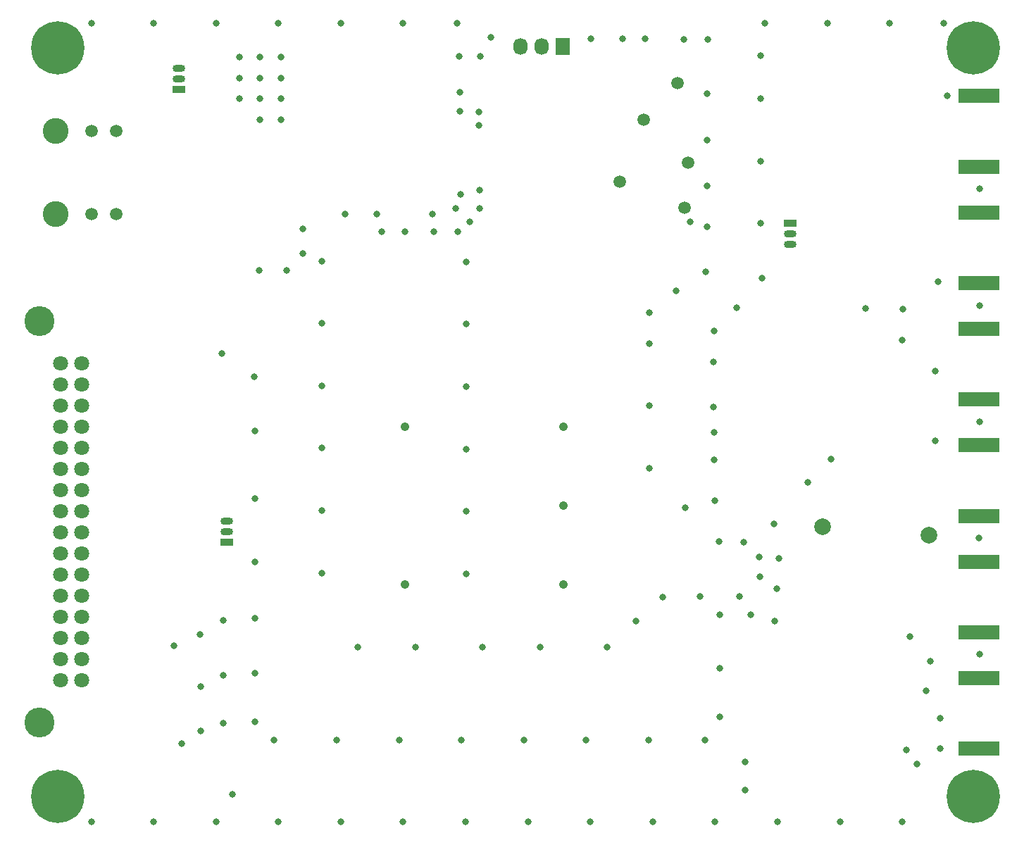
<source format=gbr>
G04 #@! TF.FileFunction,Soldermask,Bot*
%FSLAX46Y46*%
G04 Gerber Fmt 4.6, Leading zero omitted, Abs format (unit mm)*
G04 Created by KiCad (PCBNEW 4.0.7) date Sun Sep 24 15:37:13 2017*
%MOMM*%
%LPD*%
G01*
G04 APERTURE LIST*
%ADD10C,0.100000*%
%ADD11C,0.800000*%
%ADD12R,1.727200X2.032000*%
%ADD13O,1.727200X2.032000*%
%ADD14C,1.500000*%
%ADD15C,2.000000*%
%ADD16C,1.800000*%
%ADD17C,3.600000*%
%ADD18C,3.100000*%
%ADD19O,1.500000X0.900000*%
%ADD20R,1.500000X0.900000*%
%ADD21C,6.400000*%
%ADD22C,0.600000*%
%ADD23C,1.050000*%
%ADD24R,4.900000X1.800000*%
G04 APERTURE END LIST*
D10*
D11*
X161100000Y-119200000D03*
X161100000Y-115600000D03*
X158300000Y-121100000D03*
X157000000Y-119400000D03*
X159400000Y-112300000D03*
X157400000Y-105800000D03*
X159900000Y-108700000D03*
X165800000Y-107900000D03*
X165700000Y-93900000D03*
X141200000Y-103900000D03*
X145100000Y-87200000D03*
X147900000Y-84400000D03*
X160500000Y-82200000D03*
X165800000Y-79900000D03*
X160500000Y-73800000D03*
X156500000Y-70100000D03*
X156600000Y-66400000D03*
X152100000Y-66300000D03*
X160800000Y-63100000D03*
X165800000Y-66000000D03*
X165800000Y-51900000D03*
X161900000Y-40700000D03*
X139500000Y-35900000D03*
X139500000Y-41100000D03*
X139500000Y-48600000D03*
X139500000Y-56100000D03*
X139600000Y-62700000D03*
X136600000Y-66200000D03*
X133900000Y-69000000D03*
X133800000Y-72700000D03*
X133800000Y-78200000D03*
X133900000Y-81200000D03*
X133900000Y-84500000D03*
X134000000Y-89400000D03*
X141100000Y-92200000D03*
X141700000Y-96400000D03*
X141400000Y-100000000D03*
X138300000Y-103100000D03*
X134600000Y-103100000D03*
X134600000Y-109600000D03*
X137600000Y-124200000D03*
X137600000Y-120800000D03*
X134600000Y-115400000D03*
X132800000Y-118200000D03*
X76000000Y-124700000D03*
X68900000Y-106900000D03*
X69900000Y-118600000D03*
X72200000Y-117100000D03*
X72200000Y-111800000D03*
X72100000Y-105500000D03*
X74900000Y-103800000D03*
X74900000Y-110400000D03*
X74900000Y-116200000D03*
X126000000Y-118200000D03*
X118500000Y-118200000D03*
X111000000Y-118200000D03*
X103500000Y-118200000D03*
X96000000Y-118200000D03*
X88500000Y-118200000D03*
X81000000Y-118200000D03*
X78700000Y-116000000D03*
X78700000Y-110200000D03*
X78700000Y-103600000D03*
X78700000Y-96800000D03*
X78700000Y-89200000D03*
X78700000Y-81000000D03*
X74700000Y-71700000D03*
X78600000Y-74500000D03*
X84400000Y-56700000D03*
X79200000Y-61700000D03*
X82500000Y-61700000D03*
X84400000Y-59700000D03*
X89500000Y-55000000D03*
X93300000Y-55000000D03*
X102800000Y-54300000D03*
X100000000Y-55000000D03*
X103400000Y-52600000D03*
X103300000Y-42600000D03*
X103300000Y-40300000D03*
X103200000Y-36000000D03*
X119100000Y-33900000D03*
X122900000Y-33900000D03*
X125600000Y-33900000D03*
D12*
X115640000Y-34820000D03*
D13*
X113100000Y-34820000D03*
X110560000Y-34820000D03*
D11*
X130200000Y-34000000D03*
X133100000Y-34000000D03*
X133000000Y-40500000D03*
X133000000Y-46100000D03*
X133000000Y-51600000D03*
X131000000Y-55900000D03*
X133000000Y-56500000D03*
X126100000Y-66800000D03*
X132900000Y-61900000D03*
X129300000Y-64200000D03*
X126100000Y-70500000D03*
X126100000Y-78000000D03*
X126100000Y-85500000D03*
X130400000Y-90300000D03*
X134500000Y-94300000D03*
X137400000Y-94400000D03*
X139300000Y-96200000D03*
X139400000Y-98600000D03*
X136900000Y-100900000D03*
X132200000Y-100900000D03*
X127700000Y-101000000D03*
X124500000Y-103900000D03*
X104100000Y-60700000D03*
X104100000Y-68200000D03*
X104100000Y-75700000D03*
X104100000Y-83200000D03*
X104100000Y-90700000D03*
X104100000Y-98200000D03*
X121000000Y-107000000D03*
X113000000Y-107000000D03*
X106000000Y-107000000D03*
X98000000Y-107000000D03*
X91000000Y-107000000D03*
X86750000Y-98100000D03*
X86750000Y-90600000D03*
X86750000Y-83100000D03*
X86750000Y-75600000D03*
X86750000Y-68100000D03*
X86750000Y-60600000D03*
X93900000Y-57100000D03*
X96700000Y-57100000D03*
X100200000Y-57100000D03*
X103100000Y-57100000D03*
X104500000Y-55900000D03*
X105700000Y-54300000D03*
X105700000Y-52100000D03*
X105600000Y-42700000D03*
X105600000Y-44300000D03*
X105800000Y-36000000D03*
X107000000Y-33700000D03*
X161500000Y-32000000D03*
X155000000Y-32000000D03*
X147500000Y-32000000D03*
X140000000Y-32000000D03*
X81800000Y-43600000D03*
X79300000Y-43600000D03*
X81800000Y-41100000D03*
X79300000Y-41100000D03*
X76800000Y-41100000D03*
X81800000Y-38600000D03*
X79300000Y-38600000D03*
X76800000Y-38600000D03*
X81800000Y-36100000D03*
X79300000Y-36100000D03*
X76800000Y-36100000D03*
X103000000Y-32000000D03*
X96500000Y-32000000D03*
X59000000Y-32000000D03*
X89000000Y-32000000D03*
X81500000Y-32000000D03*
X74000000Y-32000000D03*
X66500000Y-32000000D03*
X156500000Y-128000000D03*
X149000000Y-128000000D03*
X141500000Y-128000000D03*
X134000000Y-128000000D03*
X126500000Y-128000000D03*
X119000000Y-128000000D03*
X111500000Y-128000000D03*
X104000000Y-128000000D03*
X96500000Y-128000000D03*
X89000000Y-128000000D03*
X81500000Y-128000000D03*
X74000000Y-128000000D03*
X66500000Y-128000000D03*
D14*
X130290000Y-54220000D03*
X129450000Y-39190000D03*
X130770000Y-48750000D03*
X122550000Y-51075000D03*
X125375000Y-43575000D03*
D15*
X159730000Y-93550000D03*
X146900000Y-92550000D03*
D16*
X57840000Y-72950000D03*
X55300000Y-72950000D03*
X57840000Y-75490000D03*
X55300000Y-75490000D03*
X57840000Y-78030000D03*
X55300000Y-78030000D03*
X57840000Y-80570000D03*
X55300000Y-80570000D03*
X57840000Y-83110000D03*
X55300000Y-83110000D03*
X57840000Y-85650000D03*
X55300000Y-85650000D03*
X57840000Y-88190000D03*
X55300000Y-88190000D03*
X57840000Y-90730000D03*
X55300000Y-90730000D03*
X57840000Y-93270000D03*
X55300000Y-93270000D03*
X57840000Y-95810000D03*
X55300000Y-95810000D03*
X57840000Y-98350000D03*
X55300000Y-98350000D03*
X57840000Y-100890000D03*
X55300000Y-100890000D03*
X57840000Y-103430000D03*
X55300000Y-103430000D03*
X57840000Y-105970000D03*
X55300000Y-105970000D03*
X57840000Y-108510000D03*
X55300000Y-108510000D03*
X57840000Y-111050000D03*
X55300000Y-111050000D03*
D17*
X52760000Y-67870000D03*
X52760000Y-116130000D03*
D14*
X62000000Y-55000000D03*
X59000000Y-55000000D03*
D18*
X54680000Y-55000000D03*
D14*
X62000000Y-45000000D03*
X59000000Y-45000000D03*
D18*
X54680000Y-45000000D03*
D19*
X69500000Y-38700000D03*
X69500000Y-37430000D03*
D20*
X69500000Y-39970000D03*
D19*
X75325000Y-93105000D03*
X75325000Y-91835000D03*
D20*
X75325000Y-94375000D03*
D19*
X143050000Y-57370000D03*
X143050000Y-58640000D03*
D20*
X143050000Y-56100000D03*
D21*
X165000000Y-125000000D03*
D22*
X167400000Y-125000000D03*
X166697056Y-126697056D03*
X165000000Y-127400000D03*
X163302944Y-126697056D03*
X162600000Y-125000000D03*
X163302944Y-123302944D03*
X165000000Y-122600000D03*
X166697056Y-123302944D03*
D21*
X165000000Y-35000000D03*
D22*
X167400000Y-35000000D03*
X166697056Y-36697056D03*
X165000000Y-37400000D03*
X163302944Y-36697056D03*
X162600000Y-35000000D03*
X163302944Y-33302944D03*
X165000000Y-32600000D03*
X166697056Y-33302944D03*
D21*
X55000000Y-35000000D03*
D22*
X57400000Y-35000000D03*
X56697056Y-36697056D03*
X55000000Y-37400000D03*
X53302944Y-36697056D03*
X52600000Y-35000000D03*
X53302944Y-33302944D03*
X55000000Y-32600000D03*
X56697056Y-33302944D03*
D21*
X55000000Y-125000000D03*
D22*
X57400000Y-125000000D03*
X56697056Y-126697056D03*
X55000000Y-127400000D03*
X53302944Y-126697056D03*
X52600000Y-125000000D03*
X53302944Y-123302944D03*
X55000000Y-122600000D03*
X56697056Y-123302944D03*
D23*
X96735000Y-99510000D03*
X96735000Y-80510000D03*
X115735000Y-80510000D03*
X115735000Y-90010000D03*
X115735000Y-99510000D03*
D11*
X59000000Y-128000000D03*
D24*
X165750000Y-49250000D03*
X165750000Y-40750000D03*
X165750000Y-63250000D03*
X165750000Y-54750000D03*
X165750000Y-119250000D03*
X165750000Y-110750000D03*
X165750000Y-105250000D03*
X165750000Y-96750000D03*
X165750000Y-91250000D03*
X165750000Y-82750000D03*
X165750000Y-77250000D03*
X165750000Y-68750000D03*
M02*

</source>
